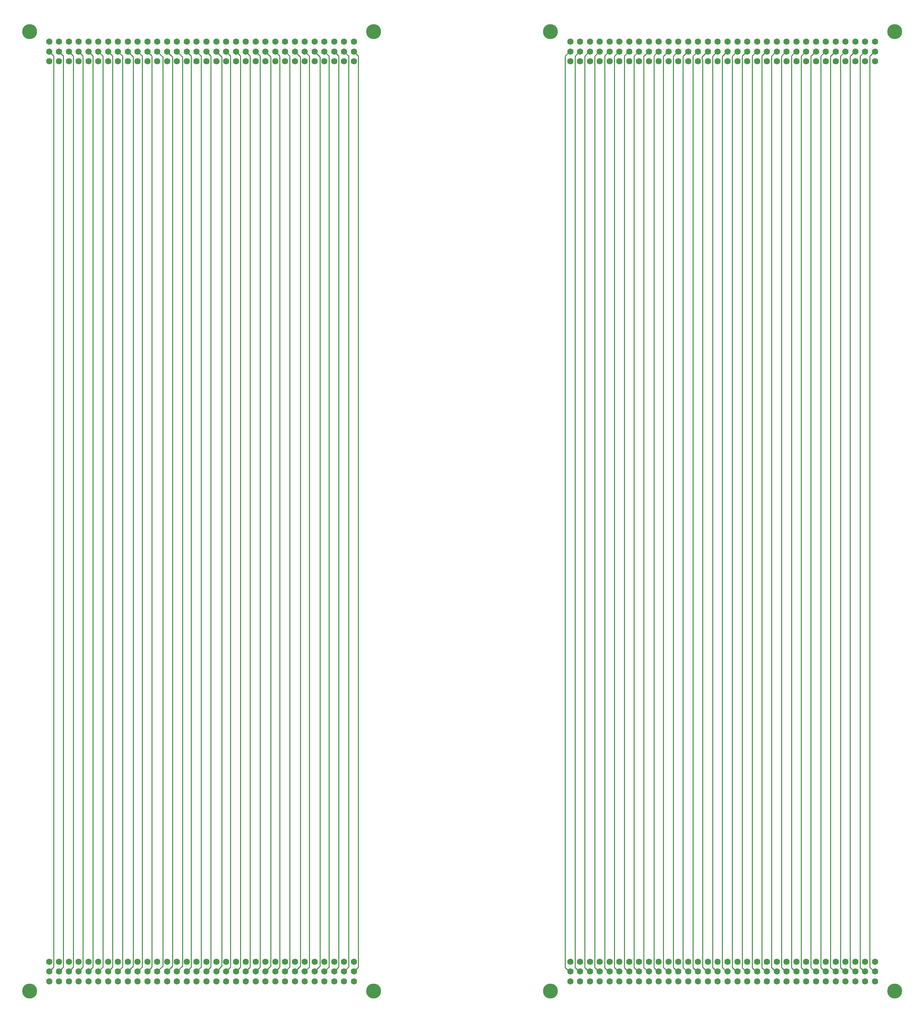
<source format=gbr>
%TF.GenerationSoftware,KiCad,Pcbnew,7.0.1*%
%TF.CreationDate,2023-10-18T00:44:07+03:00*%
%TF.ProjectId,turbo_86m_extender_board,74757262-6f5f-4383-966d-5f657874656e,rev?*%
%TF.SameCoordinates,Original*%
%TF.FileFunction,Copper,L2,Bot*%
%TF.FilePolarity,Positive*%
%FSLAX46Y46*%
G04 Gerber Fmt 4.6, Leading zero omitted, Abs format (unit mm)*
G04 Created by KiCad (PCBNEW 7.0.1) date 2023-10-18 00:44:07*
%MOMM*%
%LPD*%
G01*
G04 APERTURE LIST*
%TA.AperFunction,ComponentPad*%
%ADD10C,3.800000*%
%TD*%
%TA.AperFunction,ComponentPad*%
%ADD11C,1.600000*%
%TD*%
%TA.AperFunction,Conductor*%
%ADD12C,0.250000*%
%TD*%
G04 APERTURE END LIST*
D10*
%TO.P,D2,*%
%TO.N,*%
X6000000Y-246500000D03*
X93500000Y-246500000D03*
D11*
%TO.P,D2,1,A1*%
%TO.N,A32*%
X88500000Y-244000000D03*
%TO.P,D2,2,A2*%
%TO.N,A31*%
X86000000Y-244000000D03*
%TO.P,D2,3,A3*%
%TO.N,A30*%
X83500000Y-244000000D03*
%TO.P,D2,4,A4*%
%TO.N,A29*%
X81000000Y-244000000D03*
%TO.P,D2,5,A5*%
%TO.N,A28*%
X78500000Y-244000000D03*
%TO.P,D2,6,A6*%
%TO.N,A27*%
X76000000Y-244000000D03*
%TO.P,D2,7,A7*%
%TO.N,A26*%
X73500000Y-244000000D03*
%TO.P,D2,8,A8*%
%TO.N,A25*%
X71000000Y-244000000D03*
%TO.P,D2,9,A9*%
%TO.N,A24*%
X68500000Y-244000000D03*
%TO.P,D2,10,A10*%
%TO.N,A23*%
X66000000Y-244000000D03*
%TO.P,D2,11,A11*%
%TO.N,A22*%
X63500000Y-244000000D03*
%TO.P,D2,12,A12*%
%TO.N,A21*%
X61000000Y-244000000D03*
%TO.P,D2,13,A13*%
%TO.N,A20*%
X58500000Y-244000000D03*
%TO.P,D2,14,A14*%
%TO.N,A19*%
X56000000Y-244000000D03*
%TO.P,D2,15,A15*%
%TO.N,A18*%
X53500000Y-244000000D03*
%TO.P,D2,16,A16*%
%TO.N,A17*%
X51000000Y-244000000D03*
%TO.P,D2,17,A17*%
%TO.N,A16*%
X48500000Y-244000000D03*
%TO.P,D2,18,A18*%
%TO.N,A15*%
X46000000Y-244000000D03*
%TO.P,D2,19,A19*%
%TO.N,A14*%
X43500000Y-244000000D03*
%TO.P,D2,20,A20*%
%TO.N,A13*%
X41000000Y-244000000D03*
%TO.P,D2,21,A21*%
%TO.N,A12*%
X38500000Y-244000000D03*
%TO.P,D2,22,A22*%
%TO.N,A11*%
X36000000Y-244000000D03*
%TO.P,D2,23,A23*%
%TO.N,A10*%
X33500000Y-244000000D03*
%TO.P,D2,24,A24*%
%TO.N,A9*%
X31000000Y-244000000D03*
%TO.P,D2,25,A25*%
%TO.N,A8*%
X28500000Y-244000000D03*
%TO.P,D2,26,A26*%
%TO.N,A7*%
X26000000Y-244000000D03*
%TO.P,D2,27,A27*%
%TO.N,A6*%
X23500000Y-244000000D03*
%TO.P,D2,28,A28*%
%TO.N,A5*%
X21000000Y-244000000D03*
%TO.P,D2,29,A29*%
%TO.N,A4*%
X18500000Y-244000000D03*
%TO.P,D2,30,A30*%
%TO.N,A3*%
X16000000Y-244000000D03*
%TO.P,D2,31,A31*%
%TO.N,A2*%
X13500000Y-244000000D03*
%TO.P,D2,32,A32*%
%TO.N,A1*%
X11000000Y-244000000D03*
%TO.P,D2,33,B1*%
%TO.N,B32*%
X88500000Y-241500000D03*
%TO.P,D2,34,B2*%
%TO.N,B31*%
X86000000Y-241500000D03*
%TO.P,D2,35,B3*%
%TO.N,B30*%
X83500000Y-241500000D03*
%TO.P,D2,36,B4*%
%TO.N,B29*%
X81000000Y-241500000D03*
%TO.P,D2,37,B5*%
%TO.N,B28*%
X78500000Y-241500000D03*
%TO.P,D2,38,B6*%
%TO.N,B27*%
X76000000Y-241500000D03*
%TO.P,D2,39,B7*%
%TO.N,B26*%
X73500000Y-241500000D03*
%TO.P,D2,40,B8*%
%TO.N,B25*%
X71000000Y-241500000D03*
%TO.P,D2,41,B9*%
%TO.N,B24*%
X68500000Y-241500000D03*
%TO.P,D2,42,B10*%
%TO.N,B23*%
X66000000Y-241500000D03*
%TO.P,D2,43,B11*%
%TO.N,B22*%
X63500000Y-241500000D03*
%TO.P,D2,44,B12*%
%TO.N,B21*%
X61000000Y-241500000D03*
%TO.P,D2,45,B13*%
%TO.N,B20*%
X58500000Y-241500000D03*
%TO.P,D2,46,B14*%
%TO.N,B19*%
X56000000Y-241500000D03*
%TO.P,D2,47,B15*%
%TO.N,B18*%
X53500000Y-241500000D03*
%TO.P,D2,48,B16*%
%TO.N,B17*%
X51000000Y-241500000D03*
%TO.P,D2,49,B17*%
%TO.N,B16*%
X48500000Y-241500000D03*
%TO.P,D2,50,B18*%
%TO.N,B15*%
X46000000Y-241500000D03*
%TO.P,D2,51,B19*%
%TO.N,B14*%
X43500000Y-241500000D03*
%TO.P,D2,52,B20*%
%TO.N,B13*%
X41000000Y-241500000D03*
%TO.P,D2,53,B21*%
%TO.N,B12*%
X38500000Y-241500000D03*
%TO.P,D2,54,B22*%
%TO.N,B11*%
X36000000Y-241500000D03*
%TO.P,D2,55,B23*%
%TO.N,B10*%
X33500000Y-241500000D03*
%TO.P,D2,56,B24*%
%TO.N,B9*%
X31000000Y-241500000D03*
%TO.P,D2,57,B25*%
%TO.N,B8*%
X28500000Y-241500000D03*
%TO.P,D2,58,B26*%
%TO.N,B7*%
X26000000Y-241500000D03*
%TO.P,D2,59,B27*%
%TO.N,B6*%
X23500000Y-241500000D03*
%TO.P,D2,60,B28*%
%TO.N,B5*%
X21000000Y-241500000D03*
%TO.P,D2,61,B29*%
%TO.N,B4*%
X18500000Y-241500000D03*
%TO.P,D2,62,B30*%
%TO.N,B3*%
X16000000Y-241500000D03*
%TO.P,D2,63,B31*%
%TO.N,B2*%
X13500000Y-241500000D03*
%TO.P,D2,64,B32*%
%TO.N,B1*%
X11000000Y-241500000D03*
%TO.P,D2,65,C1*%
%TO.N,C32*%
X88500000Y-239000000D03*
%TO.P,D2,66,C2*%
%TO.N,C31*%
X86000000Y-239000000D03*
%TO.P,D2,67,C3*%
%TO.N,C30*%
X83500000Y-239000000D03*
%TO.P,D2,68,C4*%
%TO.N,C29*%
X81000000Y-239000000D03*
%TO.P,D2,69,C5*%
%TO.N,C28*%
X78500000Y-239000000D03*
%TO.P,D2,70,C6*%
%TO.N,C27*%
X76000000Y-239000000D03*
%TO.P,D2,71,C7*%
%TO.N,C26*%
X73500000Y-239000000D03*
%TO.P,D2,72,C8*%
%TO.N,C25*%
X71000000Y-239000000D03*
%TO.P,D2,73,C9*%
%TO.N,C24*%
X68500000Y-239000000D03*
%TO.P,D2,74,C10*%
%TO.N,C23*%
X66000000Y-239000000D03*
%TO.P,D2,75,C11*%
%TO.N,C22*%
X63500000Y-239000000D03*
%TO.P,D2,76,C12*%
%TO.N,C21*%
X61000000Y-239000000D03*
%TO.P,D2,77,C13*%
%TO.N,C20*%
X58500000Y-239000000D03*
%TO.P,D2,78,C14*%
%TO.N,C19*%
X56000000Y-239000000D03*
%TO.P,D2,79,C15*%
%TO.N,C18*%
X53500000Y-239000000D03*
%TO.P,D2,80,C16*%
%TO.N,C17*%
X51000000Y-239000000D03*
%TO.P,D2,81,C17*%
%TO.N,C16*%
X48500000Y-239000000D03*
%TO.P,D2,82,C18*%
%TO.N,C15*%
X46000000Y-239000000D03*
%TO.P,D2,83,C19*%
%TO.N,C14*%
X43500000Y-239000000D03*
%TO.P,D2,84,C20*%
%TO.N,C13*%
X41000000Y-239000000D03*
%TO.P,D2,85,C21*%
%TO.N,C12*%
X38500000Y-239000000D03*
%TO.P,D2,86,C22*%
%TO.N,C11*%
X36000000Y-239000000D03*
%TO.P,D2,87,C23*%
%TO.N,C10*%
X33500000Y-239000000D03*
%TO.P,D2,88,C24*%
%TO.N,C9*%
X31000000Y-239000000D03*
%TO.P,D2,89,C25*%
%TO.N,C8*%
X28500000Y-239000000D03*
%TO.P,D2,90,C26*%
%TO.N,C7*%
X26000000Y-239000000D03*
%TO.P,D2,91,C27*%
%TO.N,C6*%
X23500000Y-239000000D03*
%TO.P,D2,92,C28*%
%TO.N,C5*%
X21000000Y-239000000D03*
%TO.P,D2,93,C29*%
%TO.N,C4*%
X18500000Y-239000000D03*
%TO.P,D2,94,C30*%
%TO.N,C3*%
X16000000Y-239000000D03*
%TO.P,D2,95,C31*%
%TO.N,C2*%
X13500000Y-239000000D03*
%TO.P,D2,96,C32*%
%TO.N,C1*%
X11000000Y-239000000D03*
%TD*%
D10*
%TO.P,D4,*%
%TO.N,*%
X138500000Y-246500000D03*
X226000000Y-246500000D03*
D11*
%TO.P,D4,1,A1*%
%TO.N,_A32*%
X221000000Y-244000000D03*
%TO.P,D4,2,A2*%
%TO.N,_A31*%
X218500000Y-244000000D03*
%TO.P,D4,3,A3*%
%TO.N,_A30*%
X216000000Y-244000000D03*
%TO.P,D4,4,A4*%
%TO.N,_A29*%
X213500000Y-244000000D03*
%TO.P,D4,5,A5*%
%TO.N,_A28*%
X211000000Y-244000000D03*
%TO.P,D4,6,A6*%
%TO.N,_A27*%
X208500000Y-244000000D03*
%TO.P,D4,7,A7*%
%TO.N,_A26*%
X206000000Y-244000000D03*
%TO.P,D4,8,A8*%
%TO.N,_A25*%
X203500000Y-244000000D03*
%TO.P,D4,9,A9*%
%TO.N,_A24*%
X201000000Y-244000000D03*
%TO.P,D4,10,A10*%
%TO.N,_A23*%
X198500000Y-244000000D03*
%TO.P,D4,11,A11*%
%TO.N,_A22*%
X196000000Y-244000000D03*
%TO.P,D4,12,A12*%
%TO.N,_A21*%
X193500000Y-244000000D03*
%TO.P,D4,13,A13*%
%TO.N,_A20*%
X191000000Y-244000000D03*
%TO.P,D4,14,A14*%
%TO.N,_A19*%
X188500000Y-244000000D03*
%TO.P,D4,15,A15*%
%TO.N,_A18*%
X186000000Y-244000000D03*
%TO.P,D4,16,A16*%
%TO.N,_A17*%
X183500000Y-244000000D03*
%TO.P,D4,17,A17*%
%TO.N,_A16*%
X181000000Y-244000000D03*
%TO.P,D4,18,A18*%
%TO.N,_A15*%
X178500000Y-244000000D03*
%TO.P,D4,19,A19*%
%TO.N,_A14*%
X176000000Y-244000000D03*
%TO.P,D4,20,A20*%
%TO.N,_A13*%
X173500000Y-244000000D03*
%TO.P,D4,21,A21*%
%TO.N,_A12*%
X171000000Y-244000000D03*
%TO.P,D4,22,A22*%
%TO.N,_A11*%
X168500000Y-244000000D03*
%TO.P,D4,23,A23*%
%TO.N,_A10*%
X166000000Y-244000000D03*
%TO.P,D4,24,A24*%
%TO.N,_A9*%
X163500000Y-244000000D03*
%TO.P,D4,25,A25*%
%TO.N,_A8*%
X161000000Y-244000000D03*
%TO.P,D4,26,A26*%
%TO.N,_A7*%
X158500000Y-244000000D03*
%TO.P,D4,27,A27*%
%TO.N,_A6*%
X156000000Y-244000000D03*
%TO.P,D4,28,A28*%
%TO.N,_A5*%
X153500000Y-244000000D03*
%TO.P,D4,29,A29*%
%TO.N,_A4*%
X151000000Y-244000000D03*
%TO.P,D4,30,A30*%
%TO.N,_A3*%
X148500000Y-244000000D03*
%TO.P,D4,31,A31*%
%TO.N,_A2*%
X146000000Y-244000000D03*
%TO.P,D4,32,A32*%
%TO.N,_A1*%
X143500000Y-244000000D03*
%TO.P,D4,33,B1*%
%TO.N,_B32*%
X221000000Y-241500000D03*
%TO.P,D4,34,B2*%
%TO.N,_B31*%
X218500000Y-241500000D03*
%TO.P,D4,35,B3*%
%TO.N,_B30*%
X216000000Y-241500000D03*
%TO.P,D4,36,B4*%
%TO.N,_B29*%
X213500000Y-241500000D03*
%TO.P,D4,37,B5*%
%TO.N,_B28*%
X211000000Y-241500000D03*
%TO.P,D4,38,B6*%
%TO.N,_B27*%
X208500000Y-241500000D03*
%TO.P,D4,39,B7*%
%TO.N,_B26*%
X206000000Y-241500000D03*
%TO.P,D4,40,B8*%
%TO.N,_B25*%
X203500000Y-241500000D03*
%TO.P,D4,41,B9*%
%TO.N,_B24*%
X201000000Y-241500000D03*
%TO.P,D4,42,B10*%
%TO.N,_B23*%
X198500000Y-241500000D03*
%TO.P,D4,43,B11*%
%TO.N,_B22*%
X196000000Y-241500000D03*
%TO.P,D4,44,B12*%
%TO.N,_B21*%
X193500000Y-241500000D03*
%TO.P,D4,45,B13*%
%TO.N,_B20*%
X191000000Y-241500000D03*
%TO.P,D4,46,B14*%
%TO.N,_B19*%
X188500000Y-241500000D03*
%TO.P,D4,47,B15*%
%TO.N,_B18*%
X186000000Y-241500000D03*
%TO.P,D4,48,B16*%
%TO.N,_B17*%
X183500000Y-241500000D03*
%TO.P,D4,49,B17*%
%TO.N,_B16*%
X181000000Y-241500000D03*
%TO.P,D4,50,B18*%
%TO.N,_B15*%
X178500000Y-241500000D03*
%TO.P,D4,51,B19*%
%TO.N,_B14*%
X176000000Y-241500000D03*
%TO.P,D4,52,B20*%
%TO.N,_B13*%
X173500000Y-241500000D03*
%TO.P,D4,53,B21*%
%TO.N,_B12*%
X171000000Y-241500000D03*
%TO.P,D4,54,B22*%
%TO.N,_B11*%
X168500000Y-241500000D03*
%TO.P,D4,55,B23*%
%TO.N,_B10*%
X166000000Y-241500000D03*
%TO.P,D4,56,B24*%
%TO.N,_B9*%
X163500000Y-241500000D03*
%TO.P,D4,57,B25*%
%TO.N,_B8*%
X161000000Y-241500000D03*
%TO.P,D4,58,B26*%
%TO.N,_B7*%
X158500000Y-241500000D03*
%TO.P,D4,59,B27*%
%TO.N,_B6*%
X156000000Y-241500000D03*
%TO.P,D4,60,B28*%
%TO.N,_B5*%
X153500000Y-241500000D03*
%TO.P,D4,61,B29*%
%TO.N,_B4*%
X151000000Y-241500000D03*
%TO.P,D4,62,B30*%
%TO.N,_B3*%
X148500000Y-241500000D03*
%TO.P,D4,63,B31*%
%TO.N,_B2*%
X146000000Y-241500000D03*
%TO.P,D4,64,B32*%
%TO.N,_B1*%
X143500000Y-241500000D03*
%TO.P,D4,65,C1*%
%TO.N,_C32*%
X221000000Y-239000000D03*
%TO.P,D4,66,C2*%
%TO.N,_C31*%
X218500000Y-239000000D03*
%TO.P,D4,67,C3*%
%TO.N,_C30*%
X216000000Y-239000000D03*
%TO.P,D4,68,C4*%
%TO.N,_C29*%
X213500000Y-239000000D03*
%TO.P,D4,69,C5*%
%TO.N,_C28*%
X211000000Y-239000000D03*
%TO.P,D4,70,C6*%
%TO.N,_C27*%
X208500000Y-239000000D03*
%TO.P,D4,71,C7*%
%TO.N,_C26*%
X206000000Y-239000000D03*
%TO.P,D4,72,C8*%
%TO.N,_C25*%
X203500000Y-239000000D03*
%TO.P,D4,73,C9*%
%TO.N,_C24*%
X201000000Y-239000000D03*
%TO.P,D4,74,C10*%
%TO.N,_C23*%
X198500000Y-239000000D03*
%TO.P,D4,75,C11*%
%TO.N,_C22*%
X196000000Y-239000000D03*
%TO.P,D4,76,C12*%
%TO.N,_C21*%
X193500000Y-239000000D03*
%TO.P,D4,77,C13*%
%TO.N,_C20*%
X191000000Y-239000000D03*
%TO.P,D4,78,C14*%
%TO.N,_C19*%
X188500000Y-239000000D03*
%TO.P,D4,79,C15*%
%TO.N,_C18*%
X186000000Y-239000000D03*
%TO.P,D4,80,C16*%
%TO.N,_C17*%
X183500000Y-239000000D03*
%TO.P,D4,81,C17*%
%TO.N,_C16*%
X181000000Y-239000000D03*
%TO.P,D4,82,C18*%
%TO.N,_C15*%
X178500000Y-239000000D03*
%TO.P,D4,83,C19*%
%TO.N,_C14*%
X176000000Y-239000000D03*
%TO.P,D4,84,C20*%
%TO.N,_C13*%
X173500000Y-239000000D03*
%TO.P,D4,85,C21*%
%TO.N,_C12*%
X171000000Y-239000000D03*
%TO.P,D4,86,C22*%
%TO.N,_C11*%
X168500000Y-239000000D03*
%TO.P,D4,87,C23*%
%TO.N,_C10*%
X166000000Y-239000000D03*
%TO.P,D4,88,C24*%
%TO.N,_C9*%
X163500000Y-239000000D03*
%TO.P,D4,89,C25*%
%TO.N,_C8*%
X161000000Y-239000000D03*
%TO.P,D4,90,C26*%
%TO.N,_C7*%
X158500000Y-239000000D03*
%TO.P,D4,91,C27*%
%TO.N,_C6*%
X156000000Y-239000000D03*
%TO.P,D4,92,C28*%
%TO.N,_C5*%
X153500000Y-239000000D03*
%TO.P,D4,93,C29*%
%TO.N,_C4*%
X151000000Y-239000000D03*
%TO.P,D4,94,C30*%
%TO.N,_C3*%
X148500000Y-239000000D03*
%TO.P,D4,95,C31*%
%TO.N,_C2*%
X146000000Y-239000000D03*
%TO.P,D4,96,C32*%
%TO.N,_C1*%
X143500000Y-239000000D03*
%TD*%
D10*
%TO.P,D1,*%
%TO.N,*%
X93500000Y-2500000D03*
X6000000Y-2500000D03*
D11*
%TO.P,D1,1,A1*%
%TO.N,A1*%
X11000000Y-5000000D03*
%TO.P,D1,2,A2*%
%TO.N,A2*%
X13500000Y-5000000D03*
%TO.P,D1,3,A3*%
%TO.N,A3*%
X16000000Y-5000000D03*
%TO.P,D1,4,A4*%
%TO.N,A4*%
X18500000Y-5000000D03*
%TO.P,D1,5,A5*%
%TO.N,A5*%
X21000000Y-5000000D03*
%TO.P,D1,6,A6*%
%TO.N,A6*%
X23500000Y-5000000D03*
%TO.P,D1,7,A7*%
%TO.N,A7*%
X26000000Y-5000000D03*
%TO.P,D1,8,A8*%
%TO.N,A8*%
X28500000Y-5000000D03*
%TO.P,D1,9,A9*%
%TO.N,A9*%
X31000000Y-5000000D03*
%TO.P,D1,10,A10*%
%TO.N,A10*%
X33500000Y-5000000D03*
%TO.P,D1,11,A11*%
%TO.N,A11*%
X36000000Y-5000000D03*
%TO.P,D1,12,A12*%
%TO.N,A12*%
X38500000Y-5000000D03*
%TO.P,D1,13,A13*%
%TO.N,A13*%
X41000000Y-5000000D03*
%TO.P,D1,14,A14*%
%TO.N,A14*%
X43500000Y-5000000D03*
%TO.P,D1,15,A15*%
%TO.N,A15*%
X46000000Y-5000000D03*
%TO.P,D1,16,A16*%
%TO.N,A16*%
X48500000Y-5000000D03*
%TO.P,D1,17,A17*%
%TO.N,A17*%
X51000000Y-5000000D03*
%TO.P,D1,18,A18*%
%TO.N,A18*%
X53500000Y-5000000D03*
%TO.P,D1,19,A19*%
%TO.N,A19*%
X56000000Y-5000000D03*
%TO.P,D1,20,A20*%
%TO.N,A20*%
X58500000Y-5000000D03*
%TO.P,D1,21,A21*%
%TO.N,A21*%
X61000000Y-5000000D03*
%TO.P,D1,22,A22*%
%TO.N,A22*%
X63500000Y-5000000D03*
%TO.P,D1,23,A23*%
%TO.N,A23*%
X66000000Y-5000000D03*
%TO.P,D1,24,A24*%
%TO.N,A24*%
X68500000Y-5000000D03*
%TO.P,D1,25,A25*%
%TO.N,A25*%
X71000000Y-5000000D03*
%TO.P,D1,26,A26*%
%TO.N,A26*%
X73500000Y-5000000D03*
%TO.P,D1,27,A27*%
%TO.N,A27*%
X76000000Y-5000000D03*
%TO.P,D1,28,A28*%
%TO.N,A28*%
X78500000Y-5000000D03*
%TO.P,D1,29,A29*%
%TO.N,A29*%
X81000000Y-5000000D03*
%TO.P,D1,30,A30*%
%TO.N,A30*%
X83500000Y-5000000D03*
%TO.P,D1,31,A31*%
%TO.N,A31*%
X86000000Y-5000000D03*
%TO.P,D1,32,A32*%
%TO.N,A32*%
X88500000Y-5000000D03*
%TO.P,D1,33,B1*%
%TO.N,B1*%
X11000000Y-7500000D03*
%TO.P,D1,34,B2*%
%TO.N,B2*%
X13500000Y-7500000D03*
%TO.P,D1,35,B3*%
%TO.N,B3*%
X16000000Y-7500000D03*
%TO.P,D1,36,B4*%
%TO.N,B4*%
X18500000Y-7500000D03*
%TO.P,D1,37,B5*%
%TO.N,B5*%
X21000000Y-7500000D03*
%TO.P,D1,38,B6*%
%TO.N,B6*%
X23500000Y-7500000D03*
%TO.P,D1,39,B7*%
%TO.N,B7*%
X26000000Y-7500000D03*
%TO.P,D1,40,B8*%
%TO.N,B8*%
X28500000Y-7500000D03*
%TO.P,D1,41,B9*%
%TO.N,B9*%
X31000000Y-7500000D03*
%TO.P,D1,42,B10*%
%TO.N,B10*%
X33500000Y-7500000D03*
%TO.P,D1,43,B11*%
%TO.N,B11*%
X36000000Y-7500000D03*
%TO.P,D1,44,B12*%
%TO.N,B12*%
X38500000Y-7500000D03*
%TO.P,D1,45,B13*%
%TO.N,B13*%
X41000000Y-7500000D03*
%TO.P,D1,46,B14*%
%TO.N,B14*%
X43500000Y-7500000D03*
%TO.P,D1,47,B15*%
%TO.N,B15*%
X46000000Y-7500000D03*
%TO.P,D1,48,B16*%
%TO.N,B16*%
X48500000Y-7500000D03*
%TO.P,D1,49,B17*%
%TO.N,B17*%
X51000000Y-7500000D03*
%TO.P,D1,50,B18*%
%TO.N,B18*%
X53500000Y-7500000D03*
%TO.P,D1,51,B19*%
%TO.N,B19*%
X56000000Y-7500000D03*
%TO.P,D1,52,B20*%
%TO.N,B20*%
X58500000Y-7500000D03*
%TO.P,D1,53,B21*%
%TO.N,B21*%
X61000000Y-7500000D03*
%TO.P,D1,54,B22*%
%TO.N,B22*%
X63500000Y-7500000D03*
%TO.P,D1,55,B23*%
%TO.N,B23*%
X66000000Y-7500000D03*
%TO.P,D1,56,B24*%
%TO.N,B24*%
X68500000Y-7500000D03*
%TO.P,D1,57,B25*%
%TO.N,B25*%
X71000000Y-7500000D03*
%TO.P,D1,58,B26*%
%TO.N,B26*%
X73500000Y-7500000D03*
%TO.P,D1,59,B27*%
%TO.N,B27*%
X76000000Y-7500000D03*
%TO.P,D1,60,B28*%
%TO.N,B28*%
X78500000Y-7500000D03*
%TO.P,D1,61,B29*%
%TO.N,B29*%
X81000000Y-7500000D03*
%TO.P,D1,62,B30*%
%TO.N,B30*%
X83500000Y-7500000D03*
%TO.P,D1,63,B31*%
%TO.N,B31*%
X86000000Y-7500000D03*
%TO.P,D1,64,B32*%
%TO.N,B32*%
X88500000Y-7500000D03*
%TO.P,D1,65,C1*%
%TO.N,C1*%
X11000000Y-10000000D03*
%TO.P,D1,66,C2*%
%TO.N,C2*%
X13500000Y-10000000D03*
%TO.P,D1,67,C3*%
%TO.N,C3*%
X16000000Y-10000000D03*
%TO.P,D1,68,C4*%
%TO.N,C4*%
X18500000Y-10000000D03*
%TO.P,D1,69,C5*%
%TO.N,C5*%
X21000000Y-10000000D03*
%TO.P,D1,70,C6*%
%TO.N,C6*%
X23500000Y-10000000D03*
%TO.P,D1,71,C7*%
%TO.N,C7*%
X26000000Y-10000000D03*
%TO.P,D1,72,C8*%
%TO.N,C8*%
X28500000Y-10000000D03*
%TO.P,D1,73,C9*%
%TO.N,C9*%
X31000000Y-10000000D03*
%TO.P,D1,74,C10*%
%TO.N,C10*%
X33500000Y-10000000D03*
%TO.P,D1,75,C11*%
%TO.N,C11*%
X36000000Y-10000000D03*
%TO.P,D1,76,C12*%
%TO.N,C12*%
X38500000Y-10000000D03*
%TO.P,D1,77,C13*%
%TO.N,C13*%
X41000000Y-10000000D03*
%TO.P,D1,78,C14*%
%TO.N,C14*%
X43500000Y-10000000D03*
%TO.P,D1,79,C15*%
%TO.N,C15*%
X46000000Y-10000000D03*
%TO.P,D1,80,C16*%
%TO.N,C16*%
X48500000Y-10000000D03*
%TO.P,D1,81,C17*%
%TO.N,C17*%
X51000000Y-10000000D03*
%TO.P,D1,82,C18*%
%TO.N,C18*%
X53500000Y-10000000D03*
%TO.P,D1,83,C19*%
%TO.N,C19*%
X56000000Y-10000000D03*
%TO.P,D1,84,C20*%
%TO.N,C20*%
X58500000Y-10000000D03*
%TO.P,D1,85,C21*%
%TO.N,C21*%
X61000000Y-10000000D03*
%TO.P,D1,86,C22*%
%TO.N,C22*%
X63500000Y-10000000D03*
%TO.P,D1,87,C23*%
%TO.N,C23*%
X66000000Y-10000000D03*
%TO.P,D1,88,C24*%
%TO.N,C24*%
X68500000Y-10000000D03*
%TO.P,D1,89,C25*%
%TO.N,C25*%
X71000000Y-10000000D03*
%TO.P,D1,90,C26*%
%TO.N,C26*%
X73500000Y-10000000D03*
%TO.P,D1,91,C27*%
%TO.N,C27*%
X76000000Y-10000000D03*
%TO.P,D1,92,C28*%
%TO.N,C28*%
X78500000Y-10000000D03*
%TO.P,D1,93,C29*%
%TO.N,C29*%
X81000000Y-10000000D03*
%TO.P,D1,94,C30*%
%TO.N,C30*%
X83500000Y-10000000D03*
%TO.P,D1,95,C31*%
%TO.N,C31*%
X86000000Y-10000000D03*
%TO.P,D1,96,C32*%
%TO.N,C32*%
X88500000Y-10000000D03*
%TD*%
D10*
%TO.P,D3,*%
%TO.N,*%
X226000000Y-2500000D03*
X138500000Y-2500000D03*
D11*
%TO.P,D3,1,A1*%
%TO.N,_A1*%
X143500000Y-5000000D03*
%TO.P,D3,2,A2*%
%TO.N,_A2*%
X146000000Y-5000000D03*
%TO.P,D3,3,A3*%
%TO.N,_A3*%
X148500000Y-5000000D03*
%TO.P,D3,4,A4*%
%TO.N,_A4*%
X151000000Y-5000000D03*
%TO.P,D3,5,A5*%
%TO.N,_A5*%
X153500000Y-5000000D03*
%TO.P,D3,6,A6*%
%TO.N,_A6*%
X156000000Y-5000000D03*
%TO.P,D3,7,A7*%
%TO.N,_A7*%
X158500000Y-5000000D03*
%TO.P,D3,8,A8*%
%TO.N,_A8*%
X161000000Y-5000000D03*
%TO.P,D3,9,A9*%
%TO.N,_A9*%
X163500000Y-5000000D03*
%TO.P,D3,10,A10*%
%TO.N,_A10*%
X166000000Y-5000000D03*
%TO.P,D3,11,A11*%
%TO.N,_A11*%
X168500000Y-5000000D03*
%TO.P,D3,12,A12*%
%TO.N,_A12*%
X171000000Y-5000000D03*
%TO.P,D3,13,A13*%
%TO.N,_A13*%
X173500000Y-5000000D03*
%TO.P,D3,14,A14*%
%TO.N,_A14*%
X176000000Y-5000000D03*
%TO.P,D3,15,A15*%
%TO.N,_A15*%
X178500000Y-5000000D03*
%TO.P,D3,16,A16*%
%TO.N,_A16*%
X181000000Y-5000000D03*
%TO.P,D3,17,A17*%
%TO.N,_A17*%
X183500000Y-5000000D03*
%TO.P,D3,18,A18*%
%TO.N,_A18*%
X186000000Y-5000000D03*
%TO.P,D3,19,A19*%
%TO.N,_A19*%
X188500000Y-5000000D03*
%TO.P,D3,20,A20*%
%TO.N,_A20*%
X191000000Y-5000000D03*
%TO.P,D3,21,A21*%
%TO.N,_A21*%
X193500000Y-5000000D03*
%TO.P,D3,22,A22*%
%TO.N,_A22*%
X196000000Y-5000000D03*
%TO.P,D3,23,A23*%
%TO.N,_A23*%
X198500000Y-5000000D03*
%TO.P,D3,24,A24*%
%TO.N,_A24*%
X201000000Y-5000000D03*
%TO.P,D3,25,A25*%
%TO.N,_A25*%
X203500000Y-5000000D03*
%TO.P,D3,26,A26*%
%TO.N,_A26*%
X206000000Y-5000000D03*
%TO.P,D3,27,A27*%
%TO.N,_A27*%
X208500000Y-5000000D03*
%TO.P,D3,28,A28*%
%TO.N,_A28*%
X211000000Y-5000000D03*
%TO.P,D3,29,A29*%
%TO.N,_A29*%
X213500000Y-5000000D03*
%TO.P,D3,30,A30*%
%TO.N,_A30*%
X216000000Y-5000000D03*
%TO.P,D3,31,A31*%
%TO.N,_A31*%
X218500000Y-5000000D03*
%TO.P,D3,32,A32*%
%TO.N,_A32*%
X221000000Y-5000000D03*
%TO.P,D3,33,B1*%
%TO.N,_B1*%
X143500000Y-7500000D03*
%TO.P,D3,34,B2*%
%TO.N,_B2*%
X146000000Y-7500000D03*
%TO.P,D3,35,B3*%
%TO.N,_B3*%
X148500000Y-7500000D03*
%TO.P,D3,36,B4*%
%TO.N,_B4*%
X151000000Y-7500000D03*
%TO.P,D3,37,B5*%
%TO.N,_B5*%
X153500000Y-7500000D03*
%TO.P,D3,38,B6*%
%TO.N,_B6*%
X156000000Y-7500000D03*
%TO.P,D3,39,B7*%
%TO.N,_B7*%
X158500000Y-7500000D03*
%TO.P,D3,40,B8*%
%TO.N,_B8*%
X161000000Y-7500000D03*
%TO.P,D3,41,B9*%
%TO.N,_B9*%
X163500000Y-7500000D03*
%TO.P,D3,42,B10*%
%TO.N,_B10*%
X166000000Y-7500000D03*
%TO.P,D3,43,B11*%
%TO.N,_B11*%
X168500000Y-7500000D03*
%TO.P,D3,44,B12*%
%TO.N,_B12*%
X171000000Y-7500000D03*
%TO.P,D3,45,B13*%
%TO.N,_B13*%
X173500000Y-7500000D03*
%TO.P,D3,46,B14*%
%TO.N,_B14*%
X176000000Y-7500000D03*
%TO.P,D3,47,B15*%
%TO.N,_B15*%
X178500000Y-7500000D03*
%TO.P,D3,48,B16*%
%TO.N,_B16*%
X181000000Y-7500000D03*
%TO.P,D3,49,B17*%
%TO.N,_B17*%
X183500000Y-7500000D03*
%TO.P,D3,50,B18*%
%TO.N,_B18*%
X186000000Y-7500000D03*
%TO.P,D3,51,B19*%
%TO.N,_B19*%
X188500000Y-7500000D03*
%TO.P,D3,52,B20*%
%TO.N,_B20*%
X191000000Y-7500000D03*
%TO.P,D3,53,B21*%
%TO.N,_B21*%
X193500000Y-7500000D03*
%TO.P,D3,54,B22*%
%TO.N,_B22*%
X196000000Y-7500000D03*
%TO.P,D3,55,B23*%
%TO.N,_B23*%
X198500000Y-7500000D03*
%TO.P,D3,56,B24*%
%TO.N,_B24*%
X201000000Y-7500000D03*
%TO.P,D3,57,B25*%
%TO.N,_B25*%
X203500000Y-7500000D03*
%TO.P,D3,58,B26*%
%TO.N,_B26*%
X206000000Y-7500000D03*
%TO.P,D3,59,B27*%
%TO.N,_B27*%
X208500000Y-7500000D03*
%TO.P,D3,60,B28*%
%TO.N,_B28*%
X211000000Y-7500000D03*
%TO.P,D3,61,B29*%
%TO.N,_B29*%
X213500000Y-7500000D03*
%TO.P,D3,62,B30*%
%TO.N,_B30*%
X216000000Y-7500000D03*
%TO.P,D3,63,B31*%
%TO.N,_B31*%
X218500000Y-7500000D03*
%TO.P,D3,64,B32*%
%TO.N,_B32*%
X221000000Y-7500000D03*
%TO.P,D3,65,C1*%
%TO.N,_C1*%
X143500000Y-10000000D03*
%TO.P,D3,66,C2*%
%TO.N,_C2*%
X146000000Y-10000000D03*
%TO.P,D3,67,C3*%
%TO.N,_C3*%
X148500000Y-10000000D03*
%TO.P,D3,68,C4*%
%TO.N,_C4*%
X151000000Y-10000000D03*
%TO.P,D3,69,C5*%
%TO.N,_C5*%
X153500000Y-10000000D03*
%TO.P,D3,70,C6*%
%TO.N,_C6*%
X156000000Y-10000000D03*
%TO.P,D3,71,C7*%
%TO.N,_C7*%
X158500000Y-10000000D03*
%TO.P,D3,72,C8*%
%TO.N,_C8*%
X161000000Y-10000000D03*
%TO.P,D3,73,C9*%
%TO.N,_C9*%
X163500000Y-10000000D03*
%TO.P,D3,74,C10*%
%TO.N,_C10*%
X166000000Y-10000000D03*
%TO.P,D3,75,C11*%
%TO.N,_C11*%
X168500000Y-10000000D03*
%TO.P,D3,76,C12*%
%TO.N,_C12*%
X171000000Y-10000000D03*
%TO.P,D3,77,C13*%
%TO.N,_C13*%
X173500000Y-10000000D03*
%TO.P,D3,78,C14*%
%TO.N,_C14*%
X176000000Y-10000000D03*
%TO.P,D3,79,C15*%
%TO.N,_C15*%
X178500000Y-10000000D03*
%TO.P,D3,80,C16*%
%TO.N,_C16*%
X181000000Y-10000000D03*
%TO.P,D3,81,C17*%
%TO.N,_C17*%
X183500000Y-10000000D03*
%TO.P,D3,82,C18*%
%TO.N,_C18*%
X186000000Y-10000000D03*
%TO.P,D3,83,C19*%
%TO.N,_C19*%
X188500000Y-10000000D03*
%TO.P,D3,84,C20*%
%TO.N,_C20*%
X191000000Y-10000000D03*
%TO.P,D3,85,C21*%
%TO.N,_C21*%
X193500000Y-10000000D03*
%TO.P,D3,86,C22*%
%TO.N,_C22*%
X196000000Y-10000000D03*
%TO.P,D3,87,C23*%
%TO.N,_C23*%
X198500000Y-10000000D03*
%TO.P,D3,88,C24*%
%TO.N,_C24*%
X201000000Y-10000000D03*
%TO.P,D3,89,C25*%
%TO.N,_C25*%
X203500000Y-10000000D03*
%TO.P,D3,90,C26*%
%TO.N,_C26*%
X206000000Y-10000000D03*
%TO.P,D3,91,C27*%
%TO.N,_C27*%
X208500000Y-10000000D03*
%TO.P,D3,92,C28*%
%TO.N,_C28*%
X211000000Y-10000000D03*
%TO.P,D3,93,C29*%
%TO.N,_C29*%
X213500000Y-10000000D03*
%TO.P,D3,94,C30*%
%TO.N,_C30*%
X216000000Y-10000000D03*
%TO.P,D3,95,C31*%
%TO.N,_C31*%
X218500000Y-10000000D03*
%TO.P,D3,96,C32*%
%TO.N,_C32*%
X221000000Y-10000000D03*
%TD*%
D12*
%TO.N,_B19*%
X187250000Y-240500000D02*
X188312500Y-241562500D01*
X187250000Y-8625000D02*
X187250000Y-240500000D01*
X188312500Y-7562500D02*
X187250000Y-8625000D01*
%TO.N,_B21*%
X192250000Y-240500000D02*
X193312500Y-241562500D01*
X192250000Y-8625000D02*
X192250000Y-240500000D01*
X193312500Y-7562500D02*
X192250000Y-8625000D01*
%TO.N,_B5*%
X152250000Y-240500000D02*
X153312500Y-241562500D01*
X152250000Y-8625000D02*
X152250000Y-240500000D01*
X153312500Y-7562500D02*
X152250000Y-8625000D01*
%TO.N,_B20*%
X189750000Y-240500000D02*
X190812500Y-241562500D01*
X189750000Y-8625000D02*
X189750000Y-240500000D01*
X190812500Y-7562500D02*
X189750000Y-8625000D01*
%TO.N,_B7*%
X157250000Y-8625000D02*
X157250000Y-240500000D01*
X158312500Y-7562500D02*
X157250000Y-8625000D01*
X157250000Y-240500000D02*
X158312500Y-241562500D01*
%TO.N,_B10*%
X164750000Y-8625000D02*
X164750000Y-240500000D01*
X165812500Y-7562500D02*
X164750000Y-8625000D01*
X164750000Y-240500000D02*
X165812500Y-241562500D01*
%TO.N,_B24*%
X199750000Y-240500000D02*
X200812500Y-241562500D01*
X199750000Y-8625000D02*
X199750000Y-240500000D01*
X200812500Y-7562500D02*
X199750000Y-8625000D01*
%TO.N,_B15*%
X177125000Y-240375000D02*
X178312500Y-241562500D01*
X177125000Y-237875000D02*
X177000000Y-238000000D01*
X177000000Y-238000000D02*
X177125000Y-238125000D01*
X177125000Y-9534009D02*
X177125000Y-237875000D01*
X177000000Y-8875000D02*
X177000000Y-9409009D01*
X178312500Y-7562500D02*
X177000000Y-8875000D01*
X177000000Y-9409009D02*
X177125000Y-9534009D01*
X177125000Y-238125000D02*
X177125000Y-240375000D01*
%TO.N,_B14*%
X175812500Y-7562500D02*
X174687500Y-8687500D01*
X174687500Y-240437500D02*
X175812500Y-241562500D01*
%TO.N,_B17*%
X183312500Y-7562500D02*
X182187500Y-8687500D01*
%TO.N,_B14*%
X174687500Y-8687500D02*
X174687500Y-240437500D01*
%TO.N,_B16*%
X180812500Y-7562500D02*
X179687500Y-8687500D01*
%TO.N,_B18*%
X184687500Y-240437500D02*
X185812500Y-241562500D01*
%TO.N,_B30*%
X214687500Y-8687500D02*
X214687500Y-240437500D01*
%TO.N,_B22*%
X195812500Y-7562500D02*
X194687500Y-8687500D01*
%TO.N,_B30*%
X215812500Y-7562500D02*
X214687500Y-8687500D01*
%TO.N,_B22*%
X194687500Y-240437500D02*
X195812500Y-241562500D01*
%TO.N,_B11*%
X167187500Y-8687500D02*
X167187500Y-240437500D01*
%TO.N,_B2*%
X145812500Y-7562500D02*
X144687500Y-8687500D01*
%TO.N,_B11*%
X168312500Y-7562500D02*
X167187500Y-8687500D01*
%TO.N,_B18*%
X185812500Y-7562500D02*
X184687500Y-8687500D01*
X184687500Y-8687500D02*
X184687500Y-240437500D01*
%TO.N,_B8*%
X160812500Y-7562500D02*
X159687500Y-8687500D01*
X159687500Y-8687500D02*
X159687500Y-240437500D01*
%TO.N,_B13*%
X172187500Y-240437500D02*
X173312500Y-241562500D01*
%TO.N,_B2*%
X144687500Y-8687500D02*
X144687500Y-240437500D01*
%TO.N,_B16*%
X179687500Y-240437500D02*
X180812500Y-241562500D01*
X179687500Y-8687500D02*
X179687500Y-240437500D01*
%TO.N,_B32*%
X219687500Y-8687500D02*
X220812500Y-7562500D01*
%TO.N,_B11*%
X167187500Y-240437500D02*
X168312500Y-241562500D01*
%TO.N,_B30*%
X214687500Y-240437500D02*
X215812500Y-241562500D01*
%TO.N,_B32*%
X219687500Y-240437500D02*
X219687500Y-8687500D01*
%TO.N,_B9*%
X162187500Y-8687500D02*
X162187500Y-240437500D01*
%TO.N,_B17*%
X182187500Y-8687500D02*
X182187500Y-240437500D01*
%TO.N,_B9*%
X162187500Y-240437500D02*
X163312500Y-241562500D01*
%TO.N,_B22*%
X194687500Y-8687500D02*
X194687500Y-240437500D01*
%TO.N,_B17*%
X182187500Y-240437500D02*
X183312500Y-241562500D01*
%TO.N,_B32*%
X220812500Y-241562500D02*
X219687500Y-240437500D01*
%TO.N,_B2*%
X144687500Y-240437500D02*
X145812500Y-241562500D01*
%TO.N,_B9*%
X163312500Y-7562500D02*
X162187500Y-8687500D01*
%TO.N,_B13*%
X172187500Y-8687500D02*
X172187500Y-240437500D01*
%TO.N,_B8*%
X159687500Y-240437500D02*
X160812500Y-241562500D01*
%TO.N,_B13*%
X173312500Y-7562500D02*
X172187500Y-8687500D01*
%TO.N,_B6*%
X155812500Y-7562500D02*
X154687500Y-8687500D01*
%TO.N,_B4*%
X150812500Y-7562500D02*
X149687500Y-8687500D01*
%TO.N,_B6*%
X154687500Y-240437500D02*
X155812500Y-241562500D01*
X154687500Y-8687500D02*
X154687500Y-240437500D01*
%TO.N,_B4*%
X149687500Y-240437500D02*
X150812500Y-241562500D01*
%TO.N,_B1*%
X142187500Y-240437500D02*
X143312500Y-241562500D01*
%TO.N,_B4*%
X149687500Y-8687500D02*
X149687500Y-240437500D01*
%TO.N,_B29*%
X212187500Y-8687500D02*
X212187500Y-240437500D01*
%TO.N,_B3*%
X148312500Y-7562500D02*
X147187500Y-8687500D01*
%TO.N,_B27*%
X207187500Y-8687500D02*
X207187500Y-240437500D01*
X208312500Y-7562500D02*
X207187500Y-8687500D01*
%TO.N,_B1*%
X142187500Y-8687500D02*
X142187500Y-240437500D01*
%TO.N,_B26*%
X205812500Y-7562500D02*
X204687500Y-8687500D01*
X204687500Y-240437500D02*
X205812500Y-241562500D01*
%TO.N,_B23*%
X197187500Y-240437500D02*
X198312500Y-241562500D01*
%TO.N,_B25*%
X202187500Y-240437500D02*
X203312500Y-241562500D01*
%TO.N,_B23*%
X197187500Y-8687500D02*
X197187500Y-240437500D01*
%TO.N,_B28*%
X210812500Y-7562500D02*
X209687500Y-8687500D01*
%TO.N,_B27*%
X207187500Y-240437500D02*
X208312500Y-241562500D01*
%TO.N,_B25*%
X203312500Y-7562500D02*
X202187500Y-8687500D01*
X202187500Y-8687500D02*
X202187500Y-240437500D01*
%TO.N,_B29*%
X213312500Y-7562500D02*
X212187500Y-8687500D01*
%TO.N,_B28*%
X209687500Y-8687500D02*
X209687500Y-240437500D01*
%TO.N,_B29*%
X212187500Y-240437500D02*
X213312500Y-241562500D01*
%TO.N,_B3*%
X147187500Y-8687500D02*
X147187500Y-240437500D01*
%TO.N,_B26*%
X204687500Y-8687500D02*
X204687500Y-240437500D01*
%TO.N,_B1*%
X143312500Y-7562500D02*
X142187500Y-8687500D01*
%TO.N,_B12*%
X170812500Y-7562500D02*
X169687500Y-8687500D01*
X169687500Y-8687500D02*
X169687500Y-240437500D01*
X169687500Y-240437500D02*
X170812500Y-241562500D01*
%TO.N,_B31*%
X217187500Y-8687500D02*
X218312500Y-7562500D01*
%TO.N,_B23*%
X198312500Y-7562500D02*
X197187500Y-8687500D01*
%TO.N,_B31*%
X218312500Y-241562500D02*
X217187500Y-240437500D01*
X217187500Y-240437500D02*
X217187500Y-8687500D01*
%TO.N,_B3*%
X147187500Y-240437500D02*
X148312500Y-241562500D01*
%TO.N,_B28*%
X209687500Y-240437500D02*
X210812500Y-241562500D01*
%TO.N,B32*%
X89625000Y-8625000D02*
X89625000Y-240375000D01*
X88500000Y-7500000D02*
X89625000Y-8625000D01*
X89625000Y-240375000D02*
X88500000Y-241500000D01*
%TO.N,B31*%
X87125000Y-240375000D02*
X86000000Y-241500000D01*
X87125000Y-8625000D02*
X87125000Y-240375000D01*
X86000000Y-7500000D02*
X87125000Y-8625000D01*
%TO.N,B30*%
X84625000Y-240375000D02*
X83500000Y-241500000D01*
X83500000Y-7500000D02*
X84625000Y-8625000D01*
X84625000Y-8625000D02*
X84625000Y-240375000D01*
%TO.N,B29*%
X82125000Y-240375000D02*
X81000000Y-241500000D01*
X82125000Y-8625000D02*
X82125000Y-240375000D01*
X81000000Y-7500000D02*
X82125000Y-8625000D01*
%TO.N,B28*%
X79875000Y-240125000D02*
X78500000Y-241500000D01*
X79875000Y-8875000D02*
X79875000Y-240125000D01*
X78500000Y-7500000D02*
X79875000Y-8875000D01*
%TO.N,B27*%
X77125000Y-240375000D02*
X76000000Y-241500000D01*
X77125000Y-8625000D02*
X77125000Y-240375000D01*
X76000000Y-7500000D02*
X77125000Y-8625000D01*
%TO.N,B26*%
X74875000Y-240125000D02*
X73500000Y-241500000D01*
X73500000Y-7500000D02*
X74875000Y-8875000D01*
X74875000Y-8875000D02*
X74875000Y-240125000D01*
%TO.N,B25*%
X72125000Y-240375000D02*
X71000000Y-241500000D01*
X71000000Y-7500000D02*
X72125000Y-8625000D01*
X72125000Y-8625000D02*
X72125000Y-240375000D01*
%TO.N,B24*%
X69625000Y-240375000D02*
X68500000Y-241500000D01*
X69625000Y-8625000D02*
X69625000Y-240375000D01*
X68500000Y-7500000D02*
X69625000Y-8625000D01*
%TO.N,B23*%
X67375000Y-8875000D02*
X67375000Y-240125000D01*
X67375000Y-240125000D02*
X66000000Y-241500000D01*
X66000000Y-7500000D02*
X67375000Y-8875000D01*
%TO.N,B22*%
X64625000Y-240375000D02*
X63500000Y-241500000D01*
X63500000Y-7500000D02*
X64625000Y-8625000D01*
X64625000Y-8625000D02*
X64625000Y-240375000D01*
%TO.N,B21*%
X62125000Y-240375000D02*
X61000000Y-241500000D01*
X62125000Y-8625000D02*
X62125000Y-240375000D01*
X61000000Y-7500000D02*
X62125000Y-8625000D01*
%TO.N,B20*%
X59625000Y-240375000D02*
X58500000Y-241500000D01*
X59625000Y-8625000D02*
X59625000Y-240375000D01*
X58500000Y-7500000D02*
X59625000Y-8625000D01*
%TO.N,B19*%
X57125000Y-240375000D02*
X56000000Y-241500000D01*
X57125000Y-8625000D02*
X57125000Y-240375000D01*
X56000000Y-7500000D02*
X57125000Y-8625000D01*
%TO.N,B18*%
X54875000Y-240125000D02*
X53500000Y-241500000D01*
X54875000Y-8875000D02*
X54875000Y-240125000D01*
X53500000Y-7500000D02*
X54875000Y-8875000D01*
%TO.N,B17*%
X52125000Y-240375000D02*
X51000000Y-241500000D01*
X52125000Y-8625000D02*
X52125000Y-240375000D01*
X51000000Y-7500000D02*
X52125000Y-8625000D01*
%TO.N,B16*%
X49625000Y-8625000D02*
X49625000Y-240375000D01*
X49625000Y-240375000D02*
X48500000Y-241500000D01*
X48500000Y-7500000D02*
X49625000Y-8625000D01*
%TO.N,B15*%
X47125000Y-240375000D02*
X46000000Y-241500000D01*
X47125000Y-8625000D02*
X47125000Y-240375000D01*
X46000000Y-7500000D02*
X47125000Y-8625000D01*
%TO.N,B14*%
X44875000Y-240125000D02*
X43500000Y-241500000D01*
X44875000Y-8875000D02*
X44875000Y-240125000D01*
X43500000Y-7500000D02*
X44875000Y-8875000D01*
%TO.N,B13*%
X42375000Y-240125000D02*
X41000000Y-241500000D01*
X41000000Y-7500000D02*
X42375000Y-8875000D01*
X42375000Y-8875000D02*
X42375000Y-240125000D01*
%TO.N,B12*%
X39875000Y-240125000D02*
X38500000Y-241500000D01*
X39875000Y-8875000D02*
X39875000Y-240125000D01*
X38500000Y-7500000D02*
X39875000Y-8875000D01*
%TO.N,B11*%
X37125000Y-240375000D02*
X36000000Y-241500000D01*
X37125000Y-8625000D02*
X37125000Y-240375000D01*
X36000000Y-7500000D02*
X37125000Y-8625000D01*
%TO.N,B10*%
X34625000Y-240375000D02*
X33500000Y-241500000D01*
X33500000Y-7500000D02*
X34625000Y-8625000D01*
X34625000Y-8625000D02*
X34625000Y-240375000D01*
%TO.N,B9*%
X32375000Y-240125000D02*
X31000000Y-241500000D01*
X32375000Y-8875000D02*
X32375000Y-240125000D01*
X31000000Y-7500000D02*
X32375000Y-8875000D01*
%TO.N,B8*%
X29625000Y-240375000D02*
X28500000Y-241500000D01*
X29625000Y-8625000D02*
X29625000Y-240375000D01*
X28500000Y-7500000D02*
X29625000Y-8625000D01*
%TO.N,B7*%
X27125000Y-240375000D02*
X26000000Y-241500000D01*
X27125000Y-8625000D02*
X27125000Y-240375000D01*
X26000000Y-7500000D02*
X27125000Y-8625000D01*
%TO.N,B6*%
X24625000Y-240375000D02*
X23500000Y-241500000D01*
X23500000Y-7500000D02*
X24625000Y-8625000D01*
X24625000Y-8625000D02*
X24625000Y-240375000D01*
%TO.N,B5*%
X22125000Y-240375000D02*
X21000000Y-241500000D01*
X22125000Y-8625000D02*
X22125000Y-240375000D01*
X21000000Y-7500000D02*
X22125000Y-8625000D01*
%TO.N,B4*%
X19625000Y-240375000D02*
X18500000Y-241500000D01*
X19625000Y-8625000D02*
X19625000Y-240375000D01*
X18500000Y-7500000D02*
X19625000Y-8625000D01*
%TO.N,B3*%
X17125000Y-8625000D02*
X17125000Y-240375000D01*
X17125000Y-240375000D02*
X16000000Y-241500000D01*
X16000000Y-7500000D02*
X17125000Y-8625000D01*
%TO.N,B2*%
X14625000Y-8625000D02*
X13500000Y-7500000D01*
X13500000Y-241500000D02*
X14625000Y-240375000D01*
X14625000Y-240375000D02*
X14625000Y-8625000D01*
%TO.N,B1*%
X12125000Y-240375000D02*
X12125000Y-8625000D01*
X11000000Y-241500000D02*
X12125000Y-240375000D01*
X12125000Y-8625000D02*
X11000000Y-7500000D01*
%TD*%
M02*

</source>
